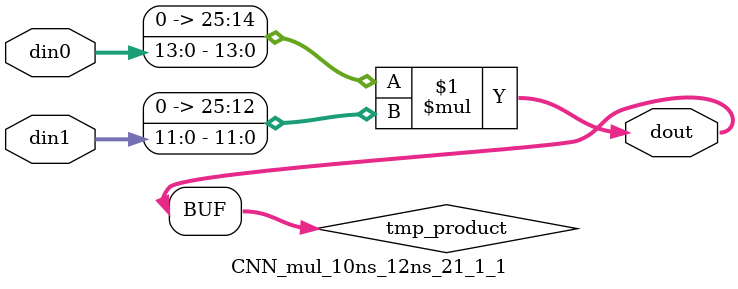
<source format=v>

`timescale 1 ns / 1 ps

 module CNN_mul_10ns_12ns_21_1_1(din0, din1, dout);
parameter ID = 1;
parameter NUM_STAGE = 0;
parameter din0_WIDTH = 14;
parameter din1_WIDTH = 12;
parameter dout_WIDTH = 26;

input [din0_WIDTH - 1 : 0] din0; 
input [din1_WIDTH - 1 : 0] din1; 
output [dout_WIDTH - 1 : 0] dout;

wire signed [dout_WIDTH - 1 : 0] tmp_product;
























assign tmp_product = $signed({1'b0, din0}) * $signed({1'b0, din1});











assign dout = tmp_product;





















endmodule

</source>
